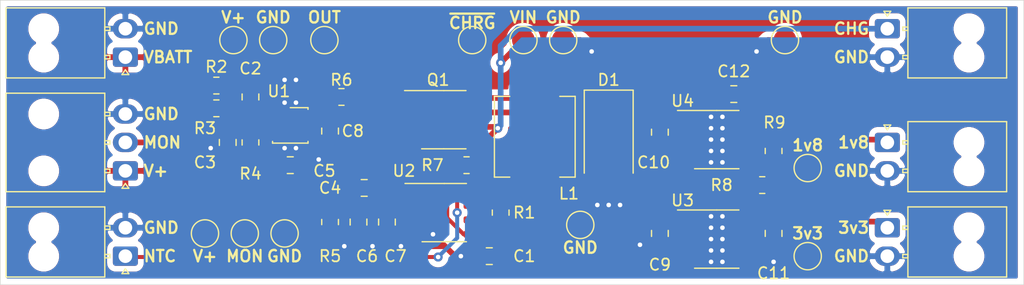
<source format=kicad_pcb>
(kicad_pcb (version 20171130) (host pcbnew "(5.1.10)-1")
  (layers (0 F.Cu signal) (31 B.Cu signal) (34 B.Paste user) (35 F.Paste user) (36 B.SilkS user) (37 F.SilkS user) (38 B.Mask user) (39 F.Mask user) (44 Edge.Cuts user))
  (net 0 "")
  (net 1 VBATT)
  (net 2 GND)
  (net 3 "Net-(C2-Pad1)")
  (net 4 "Net-(C2-Pad2)")
  (net 5 "Net-(C4-Pad1)")
  (net 6 "Net-(C4-Pad2)")
  (net 7 "Net-(C5-Pad1)")
  (net 8 "Net-(C6-Pad1)")
  (net 9 3v3)
  (net 10 1v8)
  (net 11 "Net-(D1-Pad1)")
  (net 12 /BATT_MON)
  (net 13 "Net-(J2-Pad1)")
  (net 14 "Net-(L1-Pad2)")
  (net 15 "Net-(Q1-Pad4)")
  (net 16 "Net-(Q1-Pad2)")
  (net 17 "Net-(R4-Pad2)")
  (net 18 "Net-(R8-Pad1)")
  (net 19 "Net-(C8-Pad1)")
  (net 20 "Net-(J6-Pad1)")
  (net 21 "Net-(TP3-Pad1)")
  (module Battery:TestPoint_Pad_D2.0mm (layer F.Cu) (at 223.5 60.25)
    (fp_text reference TP13)
    (fp_text value TestPoint)
    (pad 1 smd circle (at 0 0) (size 2 2) (layers F.Cu F.Mask) (net 2 GND))
  )
  (module Battery:TestPoint_Pad_D2.0mm (layer F.Cu) (at 241.5 44)
    (fp_text reference TP12)
    (fp_text value TestPoint)
    (pad 1 smd circle (at 0 0) (size 2 2) (layers F.Cu F.Mask) (net 2 GND))
  )
  (module Battery:TestPoint_Pad_D2.0mm (layer F.Cu) (at 222 44)
    (fp_text reference TP5)
    (fp_text value TestPoint)
    (pad 1 smd circle (at 0 0) (size 2 2) (layers F.Cu F.Mask) (net 2 GND))
  )
  (module Battery:C_0805_2012Metric_Pad1.18x1.45mm_HandSolder (layer F.Cu) (at 194.5 49 270)
    (fp_text reference C2 (at -2.5 0 180) (layer F.SilkS))
    (fp_text value 100n)
    (pad 2 smd roundrect (at 1.0375 0 270) (size 1.175 1.45) (layers F.Cu F.Paste F.Mask) (roundrect_rratio 0.2127659574468085) (net 4 "Net-(C2-Pad2)"))
    (pad 1 smd roundrect (at -1.0375 0 270) (size 1.175 1.45) (layers F.Cu F.Paste F.Mask) (roundrect_rratio 0.2127659574468085) (net 3 "Net-(C2-Pad1)"))
  )
  (module Battery:SOIC-8_3.9x4.9mm_P1.27mm (layer F.Cu) (at 235.5 52.75)
    (fp_text reference U4 (at -3 -3.4) (layer F.SilkS))
    (fp_text value MAX604)
    (pad 8 smd roundrect (at 2.475 -1.905) (size 1.95 0.6) (layers F.Cu F.Paste F.Mask) (net 10 1v8))
    (pad 7 smd roundrect (at 2.475 -0.635) (size 1.95 0.6) (layers F.Cu F.Paste F.Mask) (net 2 GND))
    (pad 6 smd roundrect (at 2.475 0.635) (size 1.95 0.6) (layers F.Cu F.Paste F.Mask) (net 2 GND))
    (pad 5 smd roundrect (at 2.475 1.905) (size 1.95 0.6) (layers F.Cu F.Paste F.Mask) (net 18 "Net-(R8-Pad1)"))
    (pad 4 smd roundrect (at -2.475 1.905) (size 1.95 0.6) (layers F.Cu F.Paste F.Mask) (net 1 VBATT))
    (pad 3 smd roundrect (at -2.475 0.635) (size 1.95 0.6) (layers F.Cu F.Paste F.Mask) (net 2 GND))
    (pad 2 smd roundrect (at -2.475 -0.635) (size 1.95 0.6) (layers F.Cu F.Paste F.Mask) (net 2 GND))
    (pad 1 smd roundrect (at -2.475 -1.905) (size 1.95 0.6) (layers F.Cu F.Paste F.Mask) (net 1 VBATT))
  )
  (module Battery:SOIC-8_3.9x4.9mm_P1.27mm (layer F.Cu) (at 235.5 61.5)
    (fp_text reference U3 (at -3 -3.4) (layer F.SilkS))
    (fp_text value MAX604)
    (pad 8 smd roundrect (at 2.475 -1.905) (size 1.95 0.6) (layers F.Cu F.Paste F.Mask) (net 9 3v3))
    (pad 7 smd roundrect (at 2.475 -0.635) (size 1.95 0.6) (layers F.Cu F.Paste F.Mask) (net 2 GND))
    (pad 6 smd roundrect (at 2.475 0.635) (size 1.95 0.6) (layers F.Cu F.Paste F.Mask) (net 2 GND))
    (pad 5 smd roundrect (at 2.475 1.905) (size 1.95 0.6) (layers F.Cu F.Paste F.Mask) (net 2 GND))
    (pad 4 smd roundrect (at -2.475 1.905) (size 1.95 0.6) (layers F.Cu F.Paste F.Mask) (net 1 VBATT))
    (pad 3 smd roundrect (at -2.475 0.635) (size 1.95 0.6) (layers F.Cu F.Paste F.Mask) (net 2 GND))
    (pad 2 smd roundrect (at -2.475 -0.635) (size 1.95 0.6) (layers F.Cu F.Paste F.Mask) (net 2 GND))
    (pad 1 smd roundrect (at -2.475 -1.905) (size 1.95 0.6) (layers F.Cu F.Paste F.Mask) (net 1 VBATT))
  )
  (module Battery:SO-8_3.9x4.9mm_P1.27mm (layer F.Cu) (at 211.54 59.17)
    (fp_text reference U2 (at -3.54 -3.67) (layer F.SilkS))
    (fp_text value LTC4002ES8)
    (pad 8 smd roundrect (at 2.575 -1.905) (size 1.75 0.6) (layers F.Cu F.Paste F.Mask) (net 20 "Net-(J6-Pad1)"))
    (pad 7 smd roundrect (at 2.575 -0.635) (size 1.75 0.6) (layers F.Cu F.Paste F.Mask) (net 14 "Net-(L1-Pad2)"))
    (pad 6 smd roundrect (at 2.575 0.635) (size 1.75 0.6) (layers F.Cu F.Paste F.Mask) (net 1 VBATT))
    (pad 5 smd roundrect (at 2.575 1.905) (size 1.75 0.6) (layers F.Cu F.Paste F.Mask) (net 15 "Net-(Q1-Pad4)"))
    (pad 4 smd roundrect (at -2.575 1.905) (size 1.75 0.6) (layers F.Cu F.Paste F.Mask) (net 2 GND))
    (pad 3 smd roundrect (at -2.575 0.635) (size 1.75 0.6) (layers F.Cu F.Paste F.Mask) (net 16 "Net-(Q1-Pad2)"))
    (pad 2 smd roundrect (at -2.575 -0.635) (size 1.75 0.6) (layers F.Cu F.Paste F.Mask) (net 8 "Net-(C6-Pad1)"))
    (pad 1 smd roundrect (at -2.575 -1.905) (size 1.75 0.6) (layers F.Cu F.Paste F.Mask) (net 5 "Net-(C4-Pad1)"))
  )
  (module Battery:BQ2920X (layer F.Cu) (at 198 51.5)
    (fp_text reference U1 (at -1 -3) (layer F.SilkS))
    (fp_text value BQ29200)
    (pad 1 smd rect (at -1.4 -0.975) (size 0.65 0.35) (layers F.Cu F.Paste F.Mask) (net 3 "Net-(C2-Pad1)"))
    (pad 2 smd rect (at -1.4 -0.325) (size 0.65 0.35) (layers F.Cu F.Paste F.Mask) (net 4 "Net-(C2-Pad2)"))
    (pad 3 smd rect (at -1.4 0.325) (size 0.65 0.35) (layers F.Cu F.Paste F.Mask) (net 17 "Net-(R4-Pad2)"))
    (pad 4 smd rect (at -1.4 0.975) (size 0.65 0.35) (layers F.Cu F.Paste F.Mask) (net 7 "Net-(C5-Pad1)"))
    (pad 5 smd rect (at 1.4 0.975) (size 0.65 0.35) (layers F.Cu F.Paste F.Mask) (net 2 GND))
    (pad 6 smd rect (at 1.4 0.325) (size 0.65 0.35) (layers F.Cu F.Paste F.Mask) (net 2 GND))
    (pad 7 smd rect (at 1.4 -0.325) (size 0.65 0.35) (layers F.Cu F.Paste F.Mask) (net 19 "Net-(C8-Pad1)"))
    (pad 8 smd rect (at 1.4 -0.975) (size 0.65 0.35) (layers F.Cu F.Paste F.Mask) (net 21 "Net-(TP3-Pad1)"))
    (pad 9 smd rect (at 0 0) (size 1.55 2.4) (layers F.Cu F.Mask))
  )
  (module Battery:TestPoint_Pad_D2.0mm (layer F.Cu) (at 197.5 61)
    (fp_text reference TP11)
    (fp_text value TestPoint)
    (pad 1 smd circle (at 0 0) (size 2 2) (layers F.Cu F.Mask) (net 2 GND))
  )
  (module Battery:TestPoint_Pad_D2.0mm (layer F.Cu) (at 194 61)
    (fp_text reference TP10)
    (fp_text value TestPoint)
    (pad 1 smd circle (at 0 0) (size 2 2) (layers F.Cu F.Mask) (net 12 /BATT_MON))
  )
  (module Battery:TestPoint_Pad_D2.0mm (layer F.Cu) (at 190.5 61)
    (fp_text reference TP9)
    (fp_text value TestPoint)
    (pad 1 smd circle (at 0 0) (size 2 2) (layers F.Cu F.Mask) (net 1 VBATT))
  )
  (module Battery:TestPoint_Pad_D2.0mm (layer F.Cu) (at 243.5 55.25)
    (fp_text reference TP8)
    (fp_text value TestPoint)
    (pad 1 smd circle (at 0 0) (size 2 2) (layers F.Cu F.Mask) (net 10 1v8))
  )
  (module Battery:TestPoint_Pad_D2.0mm (layer F.Cu) (at 243.5 63)
    (fp_text reference TP7)
    (fp_text value TestPoint)
    (pad 1 smd circle (at 0 0) (size 2 2) (layers F.Cu F.Mask) (net 9 3v3))
  )
  (module Battery:TestPoint_Pad_D2.0mm (layer F.Cu) (at 214 44)
    (fp_text reference TP6)
    (fp_text value TestPoint)
    (pad 1 smd circle (at 0 0) (size 2 2) (layers F.Cu F.Mask) (net 15 "Net-(Q1-Pad4)"))
  )
  (module Battery:TestPoint_Pad_D2.0mm (layer F.Cu) (at 218.5 44)
    (fp_text reference TP4)
    (fp_text value TestPoint)
    (pad 1 smd circle (at 0 0) (size 2 2) (layers F.Cu F.Mask) (net 13 "Net-(J2-Pad1)"))
  )
  (module Battery:TestPoint_Pad_D2.0mm (layer F.Cu) (at 201 44)
    (fp_text reference TP3)
    (fp_text value TestPoint)
    (pad 1 smd circle (at 0 0) (size 2 2) (layers F.Cu F.Mask) (net 21 "Net-(TP3-Pad1)"))
  )
  (module Battery:TestPoint_Pad_D2.0mm (layer F.Cu) (at 196.5 44)
    (fp_text reference TP2)
    (fp_text value TestPoint)
    (pad 1 smd circle (at 0 0) (size 2 2) (layers F.Cu F.Mask) (net 2 GND))
  )
  (module Battery:TestPoint_Pad_D2.0mm (layer F.Cu) (at 193 44)
    (fp_text reference TP1)
    (fp_text value TestPoint)
    (pad 1 smd circle (at 0 0) (size 2 2) (layers F.Cu F.Mask) (net 1 VBATT))
  )
  (module Battery:R_0805_2012Metric_Pad1.20x1.40mm_HandSolder (layer F.Cu) (at 240.5 53.75 90)
    (fp_text reference R9 (at 2.5 -1 180) (layer F.SilkS) (effects (justify left)))
    (fp_text value 100k)
    (pad 2 smd roundrect (at 1 0 90) (size 1.2 1.4) (layers F.Cu F.Paste F.Mask) (roundrect_rratio 0.2083325) (net 10 1v8))
    (pad 1 smd roundrect (at -1 0 90) (size 1.2 1.4) (layers F.Cu F.Paste F.Mask) (roundrect_rratio 0.2083325) (net 18 "Net-(R8-Pad1)"))
  )
  (module Battery:R_0805_2012Metric_Pad1.20x1.40mm_HandSolder (layer F.Cu) (at 239.5 56.75 180)
    (fp_text reference R8 (at 2.5 0 180) (layer F.SilkS) (effects (justify right)))
    (fp_text value 200k)
    (pad 2 smd roundrect (at 1 0 180) (size 1.2 1.4) (layers F.Cu F.Paste F.Mask) (roundrect_rratio 0.2083325) (net 2 GND))
    (pad 1 smd roundrect (at -1 0 180) (size 1.2 1.4) (layers F.Cu F.Paste F.Mask) (roundrect_rratio 0.2083325) (net 18 "Net-(R8-Pad1)"))
  )
  (module Battery:R_0805_2012Metric_Pad1.20x1.40mm_HandSolder (layer F.Cu) (at 213.5 55)
    (fp_text reference R7 (at -3 0) (layer F.SilkS))
    (fp_text value 100k)
    (pad 1 smd roundrect (at -1 0) (size 1.2 1.4) (layers F.Cu F.Paste F.Mask) (roundrect_rratio 0.2083325) (net 15 "Net-(Q1-Pad4)"))
    (pad 2 smd roundrect (at 1 0) (size 1.2 1.4) (layers F.Cu F.Paste F.Mask) (roundrect_rratio 0.2083325) (net 13 "Net-(J2-Pad1)"))
  )
  (module Battery:R_0805_2012Metric_Pad1.20x1.40mm_HandSolder (layer F.Cu) (at 202.5 49 180)
    (fp_text reference R6 (at 0 1.5) (layer F.SilkS))
    (fp_text value 100)
    (pad 1 smd roundrect (at -1 0 180) (size 1.2 1.4) (layers F.Cu F.Paste F.Mask) (roundrect_rratio 0.2083325) (net 1 VBATT))
    (pad 2 smd roundrect (at 1 0 180) (size 1.2 1.4) (layers F.Cu F.Paste F.Mask) (roundrect_rratio 0.2083325) (net 19 "Net-(C8-Pad1)"))
  )
  (module Battery:R_0805_2012Metric_Pad1.20x1.40mm_HandSolder (layer F.Cu) (at 201.5 60 270)
    (fp_text reference R5 (at 3 0 180) (layer F.SilkS))
    (fp_text value 2k2)
    (pad 1 smd roundrect (at -1 0 270) (size 1.2 1.4) (layers F.Cu F.Paste F.Mask) (roundrect_rratio 0.2083325) (net 6 "Net-(C4-Pad2)"))
    (pad 2 smd roundrect (at 1 0 270) (size 1.2 1.4) (layers F.Cu F.Paste F.Mask) (roundrect_rratio 0.2083325) (net 2 GND))
  )
  (module Battery:R_0805_2012Metric_Pad1.20x1.40mm_HandSolder (layer F.Cu) (at 194.5 53 90)
    (fp_text reference R4 (at -2.75 0 180) (layer F.SilkS))
    (fp_text value 100)
    (pad 1 smd roundrect (at -1 0 90) (size 1.2 1.4) (layers F.Cu F.Paste F.Mask) (roundrect_rratio 0.2083325) (net 12 /BATT_MON))
    (pad 2 smd roundrect (at 1 0 90) (size 1.2 1.4) (layers F.Cu F.Paste F.Mask) (roundrect_rratio 0.2083325) (net 17 "Net-(R4-Pad2)"))
  )
  (module Battery:R_0805_2012Metric_Pad1.20x1.40mm_HandSolder (layer F.Cu) (at 191.5 50)
    (fp_text reference R3 (at -1 1.75) (layer F.SilkS))
    (fp_text value 261)
    (pad 1 smd roundrect (at -1 0) (size 1.2 1.4) (layers F.Cu F.Paste F.Mask) (roundrect_rratio 0.2083325) (net 12 /BATT_MON))
    (pad 2 smd roundrect (at 1 0) (size 1.2 1.4) (layers F.Cu F.Paste F.Mask) (roundrect_rratio 0.2083325) (net 4 "Net-(C2-Pad2)"))
  )
  (module Battery:R_0805_2012Metric_Pad1.20x1.40mm_HandSolder (layer F.Cu) (at 191.5 48)
    (fp_text reference R2 (at 0 -1.65) (layer F.SilkS))
    (fp_text value 160)
    (pad 1 smd roundrect (at -1 0) (size 1.2 1.4) (layers F.Cu F.Paste F.Mask) (roundrect_rratio 0.2083325) (net 1 VBATT))
    (pad 2 smd roundrect (at 1 0) (size 1.2 1.4) (layers F.Cu F.Paste F.Mask) (roundrect_rratio 0.2083325) (net 3 "Net-(C2-Pad1)"))
  )
  (module Battery:R_0805_2012Metric_Pad1.20x1.40mm_HandSolder (layer F.Cu) (at 216.5 59.17 90)
    (fp_text reference R1 (at 0 1 180) (layer F.SilkS) (effects (justify left)))
    (fp_text value 50m)
    (pad 1 smd roundrect (at -1 0 90) (size 1.2 1.4) (layers F.Cu F.Paste F.Mask) (roundrect_rratio 0.2083325) (net 1 VBATT))
    (pad 2 smd roundrect (at 1 0 90) (size 1.2 1.4) (layers F.Cu F.Paste F.Mask) (roundrect_rratio 0.2083325) (net 14 "Net-(L1-Pad2)"))
  )
  (module Battery:SOIC-8_3.9x4.9mm_P1.27mm (layer F.Cu) (at 211.5 51)
    (fp_text reference Q1 (at -0.5 -3.5) (layer F.SilkS))
    (fp_text value Si9933CDY)
    (pad 1 smd roundrect (at -2.475 -1.905) (size 1.95 0.6) (layers F.Cu F.Paste F.Mask) (net 8 "Net-(C6-Pad1)"))
    (pad 2 smd roundrect (at -2.475 -0.635) (size 1.95 0.6) (layers F.Cu F.Paste F.Mask) (net 16 "Net-(Q1-Pad2)"))
    (pad 3 smd roundrect (at -2.475 0.635) (size 1.95 0.6) (layers F.Cu F.Paste F.Mask) (net 8 "Net-(C6-Pad1)"))
    (pad 4 smd roundrect (at -2.475 1.905) (size 1.95 0.6) (layers F.Cu F.Paste F.Mask) (net 15 "Net-(Q1-Pad4)"))
    (pad 5 smd roundrect (at 2.475 1.905) (size 1.95 0.6) (layers F.Cu F.Paste F.Mask) (net 13 "Net-(J2-Pad1)"))
    (pad 6 smd roundrect (at 2.475 0.635) (size 1.95 0.6) (layers F.Cu F.Paste F.Mask) (net 13 "Net-(J2-Pad1)"))
    (pad 7 smd roundrect (at 2.475 -0.635) (size 1.95 0.6) (layers F.Cu F.Paste F.Mask) (net 11 "Net-(D1-Pad1)"))
    (pad 8 smd roundrect (at 2.475 -1.905) (size 1.95 0.6) (layers F.Cu F.Paste F.Mask) (net 11 "Net-(D1-Pad1)"))
  )
  (module Battery:L_Wuerth_HCI-7050 (layer F.Cu) (at 219.5 52.5 270)
    (fp_text reference L1 (at 5 -3 180) (layer F.SilkS))
    (fp_text value 6u8)
    (pad 2 smd rect (at 2.8 0 270) (size 3.1 3.6) (layers F.Cu F.Paste F.Mask) (net 14 "Net-(L1-Pad2)"))
    (pad 1 smd rect (at -2.8 0 270) (size 3.1 3.6) (layers F.Cu F.Adhes F.Paste F.Mask) (net 11 "Net-(D1-Pad1)"))
  )
  (module Battery:Molex_Nano-Fit_105313-xx02_1x02_P2.50mm_Horizontal (layer F.Cu) (at 183.5 63 180)
    (fp_text reference J6)
    (fp_text value NTC)
    (pad "" np_thru_hole circle (at 7.18 2.5 180) (size 1.7 1.7) (drill 1.7) (layers *.Cu *.Mask))
    (pad "" np_thru_hole circle (at 7.18 0 180) (size 1.7 1.7) (drill 1.7) (layers *.Cu *.Mask))
    (pad 2 thru_hole oval (at 0 2.5 180) (size 2.2 1.7) (drill 1.2) (layers *.Cu *.Mask) (net 2 GND))
    (pad 1 thru_hole roundrect (at 0 0 180) (size 2.2 1.7) (drill 1.2) (layers *.Cu *.Mask) (roundrect_rratio 0.1470588235294118) (net 20 "Net-(J6-Pad1)"))
  )
  (module Battery:Molex_Nano-Fit_105313-xx02_1x02_P2.50mm_Horizontal (layer F.Cu) (at 250.5 53)
    (fp_text reference J5)
    (fp_text value 1v8)
    (pad 1 thru_hole roundrect (at 0 0) (size 2.2 1.7) (drill 1.2) (layers *.Cu *.Mask) (roundrect_rratio 0.1470588235294118) (net 10 1v8))
    (pad 2 thru_hole oval (at 0 2.5) (size 2.2 1.7) (drill 1.2) (layers *.Cu *.Mask) (net 2 GND))
    (pad "" np_thru_hole circle (at 7.18 0) (size 1.7 1.7) (drill 1.7) (layers *.Cu *.Mask))
    (pad "" np_thru_hole circle (at 7.18 2.5) (size 1.7 1.7) (drill 1.7) (layers *.Cu *.Mask))
  )
  (module Battery:Molex_Nano-Fit_105313-xx02_1x02_P2.50mm_Horizontal (layer F.Cu) (at 250.5 60.5)
    (fp_text reference J4)
    (fp_text value 3v3)
    (pad 1 thru_hole roundrect (at 0 0) (size 2.2 1.7) (drill 1.2) (layers *.Cu *.Mask) (roundrect_rratio 0.1470588235294118) (net 9 3v3))
    (pad 2 thru_hole oval (at 0 2.5) (size 2.2 1.7) (drill 1.2) (layers *.Cu *.Mask) (net 2 GND))
    (pad "" np_thru_hole circle (at 7.18 0) (size 1.7 1.7) (drill 1.7) (layers *.Cu *.Mask))
    (pad "" np_thru_hole circle (at 7.18 2.5) (size 1.7 1.7) (drill 1.7) (layers *.Cu *.Mask))
  )
  (module Battery:Molex_Nano-Fit_105313-xx02_1x02_P2.50mm_Horizontal (layer F.Cu) (at 183.5 45.5 180)
    (fp_text reference J3)
    (fp_text value PWR)
    (pad "" np_thru_hole circle (at 7.18 2.5 180) (size 1.7 1.7) (drill 1.7) (layers *.Cu *.Mask))
    (pad "" np_thru_hole circle (at 7.18 0 180) (size 1.7 1.7) (drill 1.7) (layers *.Cu *.Mask))
    (pad 2 thru_hole oval (at 0 2.5 180) (size 2.2 1.7) (drill 1.2) (layers *.Cu *.Mask) (net 2 GND))
    (pad 1 thru_hole roundrect (at 0 0 180) (size 2.2 1.7) (drill 1.2) (layers *.Cu *.Mask) (roundrect_rratio 0.1470588235294118) (net 1 VBATT))
  )
  (module Battery:Molex_Nano-Fit_105313-xx02_1x02_P2.50mm_Horizontal (layer F.Cu) (at 250.5 43)
    (fp_text reference J2)
    (fp_text value CHG)
    (pad 1 thru_hole roundrect (at 0 0) (size 2.2 1.7) (drill 1.2) (layers *.Cu *.Mask) (roundrect_rratio 0.1470588235294118) (net 13 "Net-(J2-Pad1)"))
    (pad 2 thru_hole oval (at 0 2.5) (size 2.2 1.7) (drill 1.2) (layers *.Cu *.Mask) (net 2 GND))
    (pad "" np_thru_hole circle (at 7.18 0) (size 1.7 1.7) (drill 1.7) (layers *.Cu *.Mask))
    (pad "" np_thru_hole circle (at 7.18 2.5) (size 1.7 1.7) (drill 1.7) (layers *.Cu *.Mask))
  )
  (module Battery:Molex_Nano-Fit_105313-xx03_1x03_P2.50mm_Horizontal (layer F.Cu) (at 183.5 55.5 180)
    (fp_text reference J1)
    (fp_text value BATTERY)
    (pad "" np_thru_hole circle (at 7.18 5 180) (size 1.7 1.7) (drill 1.7) (layers *.Cu *.Mask))
    (pad "" np_thru_hole circle (at 7.18 0 180) (size 1.7 1.7) (drill 1.7) (layers *.Cu *.Mask))
    (pad 3 thru_hole oval (at 0 5 180) (size 2.2 1.7) (drill 1.2) (layers *.Cu *.Mask) (net 2 GND))
    (pad 2 thru_hole oval (at 0 2.5 180) (size 2.2 1.7) (drill 1.2) (layers *.Cu *.Mask) (net 12 /BATT_MON))
    (pad 1 thru_hole roundrect (at 0 0 180) (size 2.2 1.7) (drill 1.2) (layers *.Cu *.Mask) (roundrect_rratio 0.1470588235294118) (net 1 VBATT))
  )
  (module Battery:D_SMB_Handsoldering (layer F.Cu) (at 226 53 270)
    (fp_text reference D1 (at -5.5 0 180) (layer F.SilkS))
    (fp_text value B330)
    (pad 2 smd rect (at 2.7 0 270) (size 3.5 2.3) (layers F.Cu F.Paste F.Mask) (net 2 GND))
    (pad 1 smd rect (at -2.7 0 270) (size 3.5 2.3) (layers F.Cu F.Paste F.Mask) (net 11 "Net-(D1-Pad1)"))
  )
  (module Battery:C_0805_2012Metric_Pad1.18x1.45mm_HandSolder (layer F.Cu) (at 237 48.75 180)
    (fp_text reference C12 (at 0 2) (layer F.SilkS))
    (fp_text value 10u)
    (pad 1 smd roundrect (at -1.0375 0 180) (size 1.175 1.45) (layers F.Cu F.Paste F.Mask) (roundrect_rratio 0.2127659574468085) (net 10 1v8))
    (pad 2 smd roundrect (at 1.0375 0 180) (size 1.175 1.45) (layers F.Cu F.Paste F.Mask) (roundrect_rratio 0.2127659574468085) (net 2 GND))
  )
  (module Battery:C_0805_2012Metric_Pad1.18x1.45mm_HandSolder (layer F.Cu) (at 240.5 61 270)
    (fp_text reference C11 (at 3.5 0 180) (layer F.SilkS))
    (fp_text value 10u)
    (pad 1 smd roundrect (at -1.0375 0 270) (size 1.175 1.45) (layers F.Cu F.Paste F.Mask) (roundrect_rratio 0.2127659574468085) (net 9 3v3))
    (pad 2 smd roundrect (at 1.0375 0 270) (size 1.175 1.45) (layers F.Cu F.Paste F.Mask) (roundrect_rratio 0.2127659574468085) (net 2 GND))
  )
  (module Battery:C_0805_2012Metric_Pad1.18x1.45mm_HandSolder (layer F.Cu) (at 230.5 52.1 270)
    (fp_text reference C10 (at 2.65 -1 180) (layer F.SilkS) (effects (justify right)))
    (fp_text value 10u)
    (pad 1 smd roundrect (at -1.0375 0 270) (size 1.175 1.45) (layers F.Cu F.Paste F.Mask) (roundrect_rratio 0.2127659574468085) (net 1 VBATT))
    (pad 2 smd roundrect (at 1.0375 0 270) (size 1.175 1.45) (layers F.Cu F.Paste F.Mask) (roundrect_rratio 0.2127659574468085) (net 2 GND))
  )
  (module Battery:C_0805_2012Metric_Pad1.18x1.45mm_HandSolder (layer F.Cu) (at 230.5 61 270)
    (fp_text reference C9 (at 2.75 0 180) (layer F.SilkS))
    (fp_text value 10u)
    (pad 1 smd roundrect (at -1.0375 0 270) (size 1.175 1.45) (layers F.Cu F.Paste F.Mask) (roundrect_rratio 0.2127659574468085) (net 1 VBATT))
    (pad 2 smd roundrect (at 1.0375 0 270) (size 1.175 1.45) (layers F.Cu F.Paste F.Mask) (roundrect_rratio 0.2127659574468085) (net 2 GND))
  )
  (module Battery:C_0805_2012Metric_Pad1.18x1.45mm_HandSolder (layer F.Cu) (at 201.5 52 270)
    (fp_text reference C8 (at 0 -2 180) (layer F.SilkS))
    (fp_text value 100n)
    (pad 2 smd roundrect (at 1.0375 0 270) (size 1.175 1.45) (layers F.Cu F.Paste F.Mask) (roundrect_rratio 0.2127659574468085) (net 2 GND))
    (pad 1 smd roundrect (at -1.0375 0 270) (size 1.175 1.45) (layers F.Cu F.Paste F.Mask) (roundrect_rratio 0.2127659574468085) (net 19 "Net-(C8-Pad1)"))
  )
  (module Battery:C_0805_2012Metric_Pad1.18x1.45mm_HandSolder (layer F.Cu) (at 206.5 60 270)
    (fp_text reference C7 (at 3 -0.75 180) (layer F.SilkS))
    (fp_text value 10u)
    (pad 2 smd roundrect (at 1.0375 0 270) (size 1.175 1.45) (layers F.Cu F.Paste F.Mask) (roundrect_rratio 0.2127659574468085) (net 2 GND))
    (pad 1 smd roundrect (at -1.0375 0 270) (size 1.175 1.45) (layers F.Cu F.Paste F.Mask) (roundrect_rratio 0.2127659574468085) (net 8 "Net-(C6-Pad1)"))
  )
  (module Battery:C_0805_2012Metric_Pad1.18x1.45mm_HandSolder (layer F.Cu) (at 204 60 270)
    (fp_text reference C6 (at 3 -0.75 180) (layer F.SilkS))
    (fp_text value 100n)
    (pad 2 smd roundrect (at 1.0375 0 270) (size 1.175 1.45) (layers F.Cu F.Paste F.Mask) (roundrect_rratio 0.2127659574468085) (net 2 GND))
    (pad 1 smd roundrect (at -1.0375 0 270) (size 1.175 1.45) (layers F.Cu F.Paste F.Mask) (roundrect_rratio 0.2127659574468085) (net 8 "Net-(C6-Pad1)"))
  )
  (module Battery:C_0805_2012Metric_Pad1.18x1.45mm_HandSolder (layer F.Cu) (at 198 55)
    (fp_text reference C5 (at 3 0.5) (layer F.SilkS))
    (fp_text value 330n)
    (pad 2 smd roundrect (at 1.0375 0) (size 1.175 1.45) (layers F.Cu F.Paste F.Mask) (roundrect_rratio 0.2127659574468085) (net 2 GND))
    (pad 1 smd roundrect (at -1.0375 0) (size 1.175 1.45) (layers F.Cu F.Paste F.Mask) (roundrect_rratio 0.2127659574468085) (net 7 "Net-(C5-Pad1)"))
  )
  (module Battery:C_0805_2012Metric_Pad1.18x1.45mm_HandSolder (layer F.Cu) (at 204.5 57 180)
    (fp_text reference C4 (at 3 0) (layer F.SilkS))
    (fp_text value 470n)
    (pad 2 smd roundrect (at 1.0375 0 180) (size 1.175 1.45) (layers F.Cu F.Paste F.Mask) (roundrect_rratio 0.2127659574468085) (net 6 "Net-(C4-Pad2)"))
    (pad 1 smd roundrect (at -1.0375 0 180) (size 1.175 1.45) (layers F.Cu F.Paste F.Mask) (roundrect_rratio 0.2127659574468085) (net 5 "Net-(C4-Pad1)"))
  )
  (module Battery:C_0805_2012Metric_Pad1.18x1.45mm_HandSolder (layer F.Cu) (at 192.5 53 270)
    (fp_text reference C3 (at 1.75 2 180) (layer F.SilkS))
    (fp_text value 100n)
    (pad 2 smd roundrect (at 1.0375 0 270) (size 1.175 1.45) (layers F.Cu F.Paste F.Mask) (roundrect_rratio 0.2127659574468085) (net 2 GND))
    (pad 1 smd roundrect (at -1.0375 0 270) (size 1.175 1.45) (layers F.Cu F.Paste F.Mask) (roundrect_rratio 0.2127659574468085) (net 4 "Net-(C2-Pad2)"))
  )
  (module Battery:C_0805_2012Metric_Pad1.18x1.45mm_HandSolder (layer F.Cu) (at 215.5 63 180)
    (fp_text reference C1 (at -2 0 180) (layer F.SilkS) (effects (justify left)))
    (fp_text value 22u)
    (pad 2 smd roundrect (at 1.0375 0 180) (size 1.175 1.45) (layers F.Cu F.Paste F.Mask) (roundrect_rratio 0.2127659574468085) (net 2 GND))
    (pad 1 smd roundrect (at -1.0375 0 180) (size 1.175 1.45) (layers F.Cu F.Paste F.Mask) (roundrect_rratio 0.2127659574468085) (net 1 VBATT))
  )
  (gr_text GND (at 249 45.5) (layer F.SilkS) (effects (font (size 1 1) (thickness 0.2)) (justify right)))
  (gr_text CHG (at 249 43) (layer F.SilkS) (effects (font (size 1 1) (thickness 0.2)) (justify right)))
  (gr_text 1v8 (at 249 53) (layer F.SilkS) (effects (font (size 1 1) (thickness 0.2)) (justify right)))
  (gr_text 3v3 (at 249 60.5) (layer F.SilkS) (effects (font (size 1 1) (thickness 0.2)) (justify right)))
  (gr_text GND (at 249 63) (layer F.SilkS) (effects (font (size 1 1) (thickness 0.2)) (justify right)))
  (gr_text GND (at 249 55.5) (layer F.SilkS) (effects (font (size 1 1) (thickness 0.2)) (justify right)))
  (gr_text VBATT (at 185 45.5) (layer F.SilkS) (effects (font (size 1 1) (thickness 0.2)) (justify left)))
  (gr_text GND (at 185 43) (layer F.SilkS) (effects (font (size 1 1) (thickness 0.2)) (justify left)))
  (gr_text NTC (at 185 63) (layer F.SilkS) (effects (font (size 1 1) (thickness 0.2)) (justify left)))
  (gr_text GND (at 185 60.5) (layer F.SilkS) (effects (font (size 1 1) (thickness 0.2)) (justify left)))
  (gr_text GND (at 185 50.5) (layer F.SilkS) (effects (font (size 1 1) (thickness 0.2)) (justify left)))
  (gr_text MON (at 185 53) (layer F.SilkS) (effects (font (size 1 1) (thickness 0.2)) (justify left)))
  (gr_text V+ (at 185 55.5) (layer F.SilkS) (effects (font (size 1 1) (thickness 0.2)) (justify left)))
  (gr_text 3v3 (at 243.5 61) (layer F.SilkS) (effects (font (size 1 1) (thickness 0.2))))
  (gr_text 1v8 (at 243.5 53.25) (layer F.SilkS) (effects (font (size 1 1) (thickness 0.2))))
  (gr_text GND (at 241.5 42) (layer F.SilkS) (effects (font (size 1 1) (thickness 0.2))))
  (gr_text GND (at 223.5 62.25) (layer F.SilkS) (effects (font (size 1 1) (thickness 0.2))))
  (gr_text GND (at 222 42) (layer F.SilkS) (effects (font (size 1 1) (thickness 0.2))))
  (gr_text VIN (at 218.5 42) (layer F.SilkS) (effects (font (size 1 1) (thickness 0.2))))
  (gr_text GND (at 196.5 42) (layer F.SilkS) (effects (font (size 1 1) (thickness 0.2))))
  (gr_text V+ (at 193 42) (layer F.SilkS) (effects (font (size 1 1) (thickness 0.2))))
  (gr_text GND (at 197.5 63) (layer F.SilkS) (effects (font (size 1 1) (thickness 0.2))))
  (gr_text MON (at 194 63) (layer F.SilkS) (effects (font (size 1 1) (thickness 0.2))))
  (gr_text V+ (at 190.5 63) (layer F.SilkS) (effects (font (size 1 1) (thickness 0.2))))
  (gr_line (start 172.5 65.5) (end 172.5 40.5) (layer Edge.Cuts) (width 0.05))
  (gr_line (start 262.5 65.5) (end 172.5 65.5) (layer Edge.Cuts) (width 0.05))
  (gr_line (start 262.5 40.5) (end 262.5 65.5) (layer Edge.Cuts) (width 0.05))
  (gr_line (start 172.5 40.5) (end 262.5 40.5) (layer Edge.Cuts) (width 0.05))
  (gr_text ~CHRG (at 214 42.5) (layer F.SilkS) (effects (font (size 1 1) (thickness 0.2))))
  (gr_text OUT (at 201 42) (layer F.SilkS) (effects (font (size 1 1) (thickness 0.2))))
  (segment (start 216.135 59.805) (end 216.5 60.17) (width 0.5) (layer F.Cu) (net 1))
  (segment (start 214.115 59.805) (end 216.135 59.805) (width 0.5) (layer F.Cu) (net 1))
  (segment (start 216.5 62.9625) (end 216.5375 63) (width 0.5) (layer F.Cu) (net 1))
  (segment (start 216.5 60.17) (end 216.5 62.9625) (width 0.5) (layer F.Cu) (net 1))
  (segment (start 230.8675 59.595) (end 230.5 59.9625) (width 0.5) (layer F.Cu) (net 1))
  (segment (start 233.025 59.595) (end 230.8675 59.595) (width 0.5) (layer F.Cu) (net 1))
  (segment (start 230.7175 50.845) (end 230.5 51.0625) (width 0.5) (layer F.Cu) (net 1))
  (segment (start 233.025 50.845) (end 230.7175 50.845) (width 0.5) (layer F.Cu) (net 1))
  (via (at 197.5 53.5) (size 0.8) (drill 0.4) (layers F.Cu B.Cu) (net 2))
  (via (at 198.5 53.5) (size 0.8) (drill 0.4) (layers F.Cu B.Cu) (net 2))
  (via (at 198.5 49.5) (size 0.8) (drill 0.4) (layers F.Cu B.Cu) (net 2))
  (via (at 197.5 49.5) (size 0.8) (drill 0.4) (layers F.Cu B.Cu) (net 2))
  (segment (start 197.5 51) (end 198 51.5) (width 0.5) (layer F.Cu) (net 2))
  (segment (start 197.5 49.5) (end 197.5 51) (width 0.5) (layer F.Cu) (net 2))
  (segment (start 198.5 51) (end 198 51.5) (width 0.5) (layer F.Cu) (net 2))
  (segment (start 198.5 49.5) (end 198.5 51) (width 0.5) (layer F.Cu) (net 2))
  (segment (start 197.5 52) (end 198 51.5) (width 0.5) (layer F.Cu) (net 2))
  (segment (start 197.5 53.5) (end 197.5 52) (width 0.5) (layer F.Cu) (net 2))
  (segment (start 198.5 52) (end 198 51.5) (width 0.5) (layer F.Cu) (net 2))
  (segment (start 198.5 53.5) (end 198.5 52) (width 0.5) (layer F.Cu) (net 2))
  (segment (start 240.4025 62.135) (end 240.5 62.0375) (width 0.5) (layer F.Cu) (net 2))
  (segment (start 237.975 62.135) (end 240.4025 62.135) (width 0.5) (layer F.Cu) (net 2))
  (segment (start 230.7475 53.385) (end 230.5 53.1375) (width 0.5) (layer F.Cu) (net 2))
  (segment (start 233.025 53.385) (end 230.7475 53.385) (width 0.5) (layer F.Cu) (net 2))
  (via (at 236 54.75) (size 0.8) (drill 0.4) (layers F.Cu B.Cu) (net 2))
  (via (at 236 53.75) (size 0.8) (drill 0.4) (layers F.Cu B.Cu) (net 2))
  (via (at 236 52.75) (size 0.8) (drill 0.4) (layers F.Cu B.Cu) (net 2))
  (via (at 236 51.75) (size 0.8) (drill 0.4) (layers F.Cu B.Cu) (net 2))
  (via (at 236 50.75) (size 0.8) (drill 0.4) (layers F.Cu B.Cu) (net 2))
  (via (at 236 63.5) (size 0.8) (drill 0.4) (layers F.Cu B.Cu) (net 2))
  (via (at 236 62.5) (size 0.8) (drill 0.4) (layers F.Cu B.Cu) (net 2))
  (via (at 236 61.5) (size 0.8) (drill 0.4) (layers F.Cu B.Cu) (net 2))
  (via (at 236 60.5) (size 0.8) (drill 0.4) (layers F.Cu B.Cu) (net 2))
  (via (at 236 59.5) (size 0.8) (drill 0.4) (layers F.Cu B.Cu) (net 2))
  (via (at 235 63.5) (size 0.8) (drill 0.4) (layers F.Cu B.Cu) (net 2))
  (via (at 235 62.5) (size 0.8) (drill 0.4) (layers F.Cu B.Cu) (net 2))
  (via (at 235 61.5) (size 0.8) (drill 0.4) (layers F.Cu B.Cu) (net 2))
  (via (at 235 60.5) (size 0.8) (drill 0.4) (layers F.Cu B.Cu) (net 2))
  (via (at 235 59.5) (size 0.8) (drill 0.4) (layers F.Cu B.Cu) (net 2))
  (via (at 235 50.75) (size 0.8) (drill 0.4) (layers F.Cu B.Cu) (net 2))
  (via (at 235 51.75) (size 0.8) (drill 0.4) (layers F.Cu B.Cu) (net 2))
  (via (at 235 52.75) (size 0.8) (drill 0.4) (layers F.Cu B.Cu) (net 2))
  (via (at 235 54.75) (size 0.8) (drill 0.4) (layers F.Cu B.Cu) (net 2))
  (segment (start 238 56.75) (end 238.5 56.75) (width 0.5) (layer F.Cu) (net 2))
  (segment (start 236 54.75) (end 238 56.75) (width 0.5) (layer F.Cu) (net 2))
  (segment (start 204 61.0375) (end 206.5 61.0375) (width 0.5) (layer F.Cu) (net 2))
  (segment (start 201.5375 61.0375) (end 201.5 61) (width 0.5) (layer F.Cu) (net 2))
  (segment (start 204 61.0375) (end 201.5375 61.0375) (width 0.5) (layer F.Cu) (net 2))
  (segment (start 208.9275 61.0375) (end 208.965 61.075) (width 0.5) (layer F.Cu) (net 2))
  (segment (start 206.5 61.0375) (end 208.9275 61.0375) (width 0.5) (layer F.Cu) (net 2))
  (via (at 226 58.5) (size 0.8) (drill 0.4) (layers F.Cu B.Cu) (net 2))
  (segment (start 226 55.7) (end 226 58.5) (width 0.5) (layer F.Cu) (net 2))
  (via (at 240.5 63.5) (size 0.8) (drill 0.4) (layers F.Cu B.Cu) (net 2))
  (segment (start 240.5 62.0375) (end 240.5 63.5) (width 0.5) (layer F.Cu) (net 2))
  (segment (start 240.405 63.405) (end 240.5 63.5) (width 0.5) (layer F.Cu) (net 2))
  (segment (start 237.975 63.405) (end 240.405 63.405) (width 0.5) (layer F.Cu) (net 2))
  (segment (start 231.5225 52.115) (end 230.5 53.1375) (width 0.5) (layer F.Cu) (net 2))
  (segment (start 233.025 52.115) (end 231.5225 52.115) (width 0.5) (layer F.Cu) (net 2))
  (segment (start 239.3275 60.865) (end 240.5 62.0375) (width 0.5) (layer F.Cu) (net 2))
  (segment (start 237.975 60.865) (end 239.3275 60.865) (width 0.5) (layer F.Cu) (net 2))
  (segment (start 230.5975 62.135) (end 230.5 62.0375) (width 0.5) (layer F.Cu) (net 2))
  (segment (start 233.025 62.135) (end 230.5975 62.135) (width 0.5) (layer F.Cu) (net 2))
  (segment (start 231.6725 60.865) (end 230.5 62.0375) (width 0.5) (layer F.Cu) (net 2))
  (segment (start 233.025 60.865) (end 231.6725 60.865) (width 0.5) (layer F.Cu) (net 2))
  (segment (start 235 49.7125) (end 235.9625 48.75) (width 0.5) (layer F.Cu) (net 2))
  (segment (start 235 50.75) (end 235 49.7125) (width 0.5) (layer F.Cu) (net 2))
  (segment (start 236 48.7875) (end 235.9625 48.75) (width 0.5) (layer F.Cu) (net 2))
  (segment (start 236 50.75) (end 236 48.7875) (width 0.5) (layer F.Cu) (net 2))
  (segment (start 192.5 54.0375) (end 192.0375 54.0375) (width 0.5) (layer F.Cu) (net 2))
  (via (at 191 53.5) (size 0.8) (drill 0.4) (layers F.Cu B.Cu) (net 2))
  (segment (start 192.5 54.0375) (end 191.5375 54.0375) (width 0.5) (layer F.Cu) (net 2))
  (segment (start 199.9625 53.0375) (end 199.4 52.475) (width 0.35) (layer F.Cu) (net 2))
  (segment (start 201.5 53.0375) (end 199.9625 53.0375) (width 0.35) (layer F.Cu) (net 2))
  (segment (start 198.325001 51.825001) (end 199.4 51.825001) (width 0.35) (layer F.Cu) (net 2))
  (segment (start 198 51.5) (end 198.325001 51.825001) (width 0.35) (layer F.Cu) (net 2))
  (segment (start 199.4 52.475) (end 197.525 52.475) (width 0.35) (layer F.Cu) (net 2))
  (segment (start 199.0375 54.0375) (end 198.5 53.5) (width 0.5) (layer F.Cu) (net 2))
  (segment (start 199.0375 55) (end 199.0375 54.0375) (width 0.5) (layer F.Cu) (net 2))
  (segment (start 197.5 49.5) (end 198.5 49.5) (width 0.5) (layer F.Cu) (net 2))
  (segment (start 197.5 53.5) (end 198.5 53.5) (width 0.5) (layer F.Cu) (net 2))
  (via (at 225 58.5) (size 0.8) (drill 0.4) (layers F.Cu B.Cu) (net 2))
  (segment (start 226 58.5) (end 225 58.5) (width 0.5) (layer F.Cu) (net 2))
  (via (at 227 58.5) (size 0.8) (drill 0.4) (layers F.Cu B.Cu) (net 2))
  (segment (start 226 58.5) (end 227 58.5) (width 0.5) (layer F.Cu) (net 2))
  (segment (start 225 56.7) (end 226 55.7) (width 0.5) (layer F.Cu) (net 2))
  (segment (start 225 58.5) (end 225 56.7) (width 0.5) (layer F.Cu) (net 2))
  (segment (start 227 56.7) (end 226 55.7) (width 0.5) (layer F.Cu) (net 2))
  (segment (start 227 58.5) (end 227 56.7) (width 0.5) (layer F.Cu) (net 2))
  (via (at 235 53.75) (size 0.8) (drill 0.4) (layers F.Cu B.Cu) (net 2))
  (segment (start 200 55) (end 199.0375 55) (width 0.5) (layer F.Cu) (net 2))
  (segment (start 200.5 54.5) (end 200 55) (width 0.5) (layer F.Cu) (net 2))
  (via (at 200.5 54.5) (size 0.8) (drill 0.4) (layers F.Cu B.Cu) (net 2))
  (segment (start 201.5 53.0375) (end 201.5 53.5) (width 0.5) (layer F.Cu) (net 2))
  (segment (start 201.5 53.5) (end 200.5 54.5) (width 0.5) (layer F.Cu) (net 2))
  (via (at 239 45) (size 0.8) (drill 0.4) (layers F.Cu B.Cu) (net 2))
  (via (at 224.5 45) (size 0.8) (drill 0.4) (layers F.Cu B.Cu) (net 2))
  (segment (start 196.5 44) (end 197.5 45) (width 0.5) (layer F.Cu) (net 2))
  (segment (start 197.5 45) (end 197.5 47.5) (width 0.5) (layer F.Cu) (net 2))
  (segment (start 210.575 61.075) (end 210.575 61.075) (width 0.35) (layer F.Cu) (net 2))
  (via (at 210.54999 61.075) (size 0.8) (drill 0.4) (layers F.Cu B.Cu) (net 2))
  (segment (start 210.575 61.075) (end 210.54999 61.075) (width 0.35) (layer F.Cu) (net 2))
  (segment (start 197.5 47.5) (end 197.5 49.5) (width 0.5) (layer F.Cu) (net 2))
  (via (at 197.5 47.5) (size 0.8) (drill 0.4) (layers F.Cu B.Cu) (net 2))
  (via (at 198.5 47.5) (size 0.8) (drill 0.4) (layers F.Cu B.Cu) (net 2))
  (segment (start 197.5 47.5) (end 198.5 47.5) (width 0.5) (layer F.Cu) (net 2))
  (segment (start 198.5 49.5) (end 198.5 47.5) (width 0.5) (layer F.Cu) (net 2))
  (segment (start 198.5 46) (end 197.5 45) (width 0.5) (layer F.Cu) (net 2))
  (segment (start 198.5 47.5) (end 198.5 46) (width 0.5) (layer F.Cu) (net 2))
  (segment (start 208.965 61.075) (end 210.54999 61.075) (width 0.5) (layer F.Cu) (net 2))
  (segment (start 214.4625 63) (end 213 63) (width 0.5) (layer F.Cu) (net 2))
  (segment (start 211.97499 62.5) (end 212.47499 63) (width 0.5) (layer F.Cu) (net 2))
  (segment (start 213 63) (end 212.47499 63) (width 0.5) (layer F.Cu) (net 2))
  (via (at 213 63) (size 0.8) (drill 0.4) (layers F.Cu B.Cu) (net 2))
  (segment (start 211.737495 62.262505) (end 210.54999 61.075) (width 0.5) (layer F.Cu) (net 2))
  (segment (start 212.47499 63) (end 211.737495 62.262505) (width 0.5) (layer F.Cu) (net 2))
  (segment (start 191.5375 54.0375) (end 191 53.5) (width 0.5) (layer F.Cu) (net 2))
  (via (at 228.75 62) (size 0.8) (drill 0.4) (layers F.Cu B.Cu) (net 2))
  (segment (start 230.4625 62) (end 229.25 62) (width 0.5) (layer F.Cu) (net 2))
  (segment (start 230.5 62.0375) (end 230.4625 62) (width 0.5) (layer F.Cu) (net 2))
  (segment (start 229.25 62) (end 228.75 62.5) (width 0.5) (layer F.Cu) (net 2))
  (segment (start 224.25 58.5) (end 225 58.5) (width 0.5) (layer F.Cu) (net 2))
  (segment (start 223.5 59.25) (end 224.25 58.5) (width 0.5) (layer F.Cu) (net 2))
  (segment (start 223.5 60.25) (end 223.5 59.25) (width 0.5) (layer F.Cu) (net 2))
  (segment (start 202.62499 62.12499) (end 202.75 62.12499) (width 0.5) (layer F.Cu) (net 2))
  (segment (start 206.5 61.0375) (end 207.58749 62.12499) (width 0.5) (layer F.Cu) (net 2))
  (segment (start 207.73125 62.12499) (end 205.23125 62.12499) (width 0.5) (layer F.Cu) (net 2))
  (segment (start 201.5 61) (end 202.62499 62.12499) (width 0.5) (layer F.Cu) (net 2))
  (segment (start 205.08749 62.12499) (end 205.23125 62.12499) (width 0.5) (layer F.Cu) (net 2))
  (segment (start 207.58749 62.12499) (end 207.73125 62.12499) (width 0.5) (layer F.Cu) (net 2))
  (segment (start 208.296935 62.12499) (end 207.73125 62.12499) (width 0.5) (layer F.Cu) (net 2))
  (segment (start 211.59998 62.12499) (end 208.296935 62.12499) (width 0.5) (layer F.Cu) (net 2))
  (segment (start 211.737495 62.262505) (end 211.59998 62.12499) (width 0.5) (layer F.Cu) (net 2))
  (via (at 202.75 62.12499) (size 0.8) (drill 0.4) (layers F.Cu B.Cu) (net 2))
  (via (at 207.73125 62.12499) (size 0.8) (drill 0.4) (layers F.Cu B.Cu) (net 2))
  (segment (start 204 61.0375) (end 205.08749 62.12499) (width 0.5) (layer F.Cu) (net 2))
  (segment (start 205.23125 62.12499) (end 202.75 62.12499) (width 0.5) (layer F.Cu) (net 2))
  (via (at 205.23125 62.12499) (size 0.8) (drill 0.4) (layers F.Cu B.Cu) (net 2))
  (segment (start 197.5 61) (end 201.5 61) (width 0.5) (layer F.Cu) (net 2))
  (segment (start 223.5 44) (end 224.5 45) (width 0.5) (layer F.Cu) (net 2))
  (segment (start 222 44) (end 223.5 44) (width 0.5) (layer F.Cu) (net 2))
  (segment (start 240 44) (end 239 45) (width 0.5) (layer F.Cu) (net 2))
  (segment (start 241.5 44) (end 240 44) (width 0.5) (layer F.Cu) (net 2))
  (segment (start 196.6 50.0625) (end 194.5 47.9625) (width 0.35) (layer F.Cu) (net 3))
  (segment (start 196.6 50.525) (end 196.6 50.0625) (width 0.35) (layer F.Cu) (net 3))
  (segment (start 192.5375 47.9625) (end 192.5 48) (width 0.5) (layer F.Cu) (net 3))
  (segment (start 194.5 47.9625) (end 192.5375 47.9625) (width 0.5) (layer F.Cu) (net 3))
  (segment (start 195.6375 51.175) (end 194.5 50.0375) (width 0.35) (layer F.Cu) (net 4))
  (segment (start 196.6 51.175) (end 195.6375 51.175) (width 0.35) (layer F.Cu) (net 4))
  (segment (start 192.5375 50.0375) (end 192.5 50) (width 0.5) (layer F.Cu) (net 4))
  (segment (start 194.5 50.0375) (end 192.5375 50.0375) (width 0.5) (layer F.Cu) (net 4))
  (segment (start 192.5 50) (end 192.5 51.9625) (width 0.5) (layer F.Cu) (net 4))
  (segment (start 205.8025 57.265) (end 205.5375 57) (width 0.5) (layer F.Cu) (net 5))
  (segment (start 208.965 57.265) (end 205.8025 57.265) (width 0.5) (layer F.Cu) (net 5))
  (segment (start 203.4625 57.0375) (end 201.5 59) (width 0.5) (layer F.Cu) (net 6))
  (segment (start 203.4625 57) (end 203.4625 57.0375) (width 0.5) (layer F.Cu) (net 6))
  (segment (start 196.6 54.6375) (end 196.6 52.475) (width 0.35) (layer F.Cu) (net 7))
  (segment (start 196.9625 55) (end 196.6 54.6375) (width 0.35) (layer F.Cu) (net 7))
  (segment (start 206.5 58.9625) (end 204 58.9625) (width 0.5) (layer F.Cu) (net 8))
  (segment (start 208.5375 58.9625) (end 208.965 58.535) (width 0.35) (layer F.Cu) (net 8))
  (segment (start 206.5 58.9625) (end 208.5375 58.9625) (width 0.35) (layer F.Cu) (net 8))
  (segment (start 209.719966 49.095) (end 209.025 49.095) (width 0.5) (layer F.Cu) (net 8))
  (segment (start 210.55001 49.925044) (end 209.719966 49.095) (width 0.5) (layer F.Cu) (net 8))
  (segment (start 210.55001 51.08499) (end 210.55001 49.925044) (width 0.5) (layer F.Cu) (net 8))
  (segment (start 210 51.635) (end 210.55001 51.08499) (width 0.5) (layer F.Cu) (net 8))
  (segment (start 209.025 51.635) (end 210 51.635) (width 0.5) (layer F.Cu) (net 8))
  (segment (start 209.979957 56.414991) (end 210.390009 56.825043) (width 0.5) (layer F.Cu) (net 8))
  (segment (start 210.390009 56.825043) (end 210.390009 57.984991) (width 0.5) (layer F.Cu) (net 8))
  (segment (start 206.77499 53.77499) (end 209.414991 56.414991) (width 0.5) (layer F.Cu) (net 8))
  (segment (start 206.77499 50.37001) (end 206.77499 53.77499) (width 0.5) (layer F.Cu) (net 8))
  (segment (start 209.025 49.095) (end 208.05 49.095) (width 0.5) (layer F.Cu) (net 8))
  (segment (start 208.05 49.095) (end 206.77499 50.37001) (width 0.5) (layer F.Cu) (net 8))
  (segment (start 209.414991 56.414991) (end 209.979957 56.414991) (width 0.5) (layer F.Cu) (net 8))
  (segment (start 210.390009 57.984991) (end 209.84 58.535) (width 0.5) (layer F.Cu) (net 8))
  (segment (start 209.84 58.535) (end 208.965 58.535) (width 0.5) (layer F.Cu) (net 8))
  (segment (start 240.1325 59.595) (end 240.5 59.9625) (width 0.5) (layer F.Cu) (net 9))
  (segment (start 237.975 59.595) (end 240.1325 59.595) (width 0.5) (layer F.Cu) (net 9))
  (segment (start 250.4625 59.9625) (end 250.5 60) (width 0.5) (layer F.Cu) (net 9))
  (segment (start 243.5 61) (end 243.5 63) (width 0.5) (layer F.Cu) (net 9))
  (segment (start 242.4625 59.9625) (end 243.5 61) (width 0.5) (layer F.Cu) (net 9))
  (segment (start 240.5 59.9625) (end 242.0375 59.9625) (width 0.5) (layer F.Cu) (net 9))
  (segment (start 242.0375 59.9625) (end 242.4625 59.9625) (width 0.5) (layer F.Cu) (net 9))
  (segment (start 249.9625 59.9625) (end 250.5 60.5) (width 0.5) (layer F.Cu) (net 9))
  (segment (start 242.4625 59.9625) (end 249.9625 59.9625) (width 0.5) (layer F.Cu) (net 9))
  (segment (start 240.5 52.75) (end 241.5 52.75) (width 0.5) (layer F.Cu) (net 10))
  (segment (start 240.5 52.75) (end 243 52.75) (width 0.5) (layer F.Cu) (net 10))
  (segment (start 243.5 53.25) (end 243 52.75) (width 0.5) (layer F.Cu) (net 10))
  (segment (start 243.5 55.25) (end 243.5 53.25) (width 0.5) (layer F.Cu) (net 10))
  (segment (start 238.0375 50.7825) (end 237.975 50.845) (width 0.5) (layer F.Cu) (net 10))
  (segment (start 238.0375 48.75) (end 238.0375 50.7825) (width 0.5) (layer F.Cu) (net 10))
  (segment (start 240.5 51.75) (end 240.5 52.75) (width 0.5) (layer F.Cu) (net 10))
  (segment (start 239.595 50.845) (end 240.5 51.75) (width 0.5) (layer F.Cu) (net 10))
  (segment (start 237.975 50.845) (end 239.595 50.845) (width 0.5) (layer F.Cu) (net 10))
  (segment (start 250.25 52.75) (end 250.5 53) (width 0.5) (layer F.Cu) (net 10))
  (segment (start 243 52.75) (end 250.25 52.75) (width 0.5) (layer F.Cu) (net 10))
  (segment (start 220.1 50.3) (end 219.5 49.7) (width 0.5) (layer F.Cu) (net 11))
  (segment (start 226 50.3) (end 220.1 50.3) (width 0.5) (layer F.Cu) (net 11))
  (segment (start 218.895 49.095) (end 219.5 49.7) (width 0.5) (layer F.Cu) (net 11))
  (segment (start 213.975 49.095) (end 218.895 49.095) (width 0.5) (layer F.Cu) (net 11))
  (segment (start 218.835 50.365) (end 219.5 49.7) (width 0.5) (layer F.Cu) (net 11))
  (segment (start 213.975 50.365) (end 218.835 50.365) (width 0.5) (layer F.Cu) (net 11))
  (segment (start 212.25 50) (end 212.25 49.5) (width 0.5) (layer F.Cu) (net 11))
  (segment (start 212.615 50.365) (end 212.25 50) (width 0.5) (layer F.Cu) (net 11))
  (segment (start 213.975 50.365) (end 212.615 50.365) (width 0.5) (layer F.Cu) (net 11))
  (segment (start 212.655 49.095) (end 212.25 49.5) (width 0.5) (layer F.Cu) (net 11))
  (segment (start 213.975 49.095) (end 212.655 49.095) (width 0.5) (layer F.Cu) (net 11))
  (segment (start 193.32499 55.17501) (end 190.67501 55.17501) (width 0.5) (layer F.Cu) (net 12))
  (segment (start 194.5 54) (end 193.32499 55.17501) (width 0.5) (layer F.Cu) (net 12))
  (segment (start 194 58.5) (end 190.67501 55.17501) (width 0.5) (layer F.Cu) (net 12))
  (segment (start 188.5 53) (end 190.67501 55.17501) (width 0.5) (layer F.Cu) (net 12))
  (segment (start 189 50) (end 190.5 50) (width 0.5) (layer F.Cu) (net 12))
  (segment (start 186 53) (end 189 50) (width 0.5) (layer F.Cu) (net 12))
  (segment (start 188.5 53) (end 186 53) (width 0.5) (layer F.Cu) (net 12))
  (segment (start 186 53) (end 183.5 53) (width 0.5) (layer F.Cu) (net 12))
  (segment (start 194 61) (end 194 58.5) (width 0.5) (layer F.Cu) (net 12))
  (segment (start 214.5 53.43) (end 213.975 52.905) (width 0.5) (layer F.Cu) (net 13))
  (segment (start 214.5 55) (end 214.5 53.43) (width 0.5) (layer F.Cu) (net 13))
  (via (at 216.25 51.75) (size 0.8) (drill 0.4) (layers F.Cu B.Cu) (net 13))
  (segment (start 250.5 43) (end 250.449999 42.949999) (width 0.5) (layer F.Cu) (net 13))
  (via (at 216.5 46) (size 0.8) (drill 0.4) (layers F.Cu B.Cu) (net 13))
  (segment (start 216.5 46) (end 218.5 44) (width 0.5) (layer F.Cu) (net 13))
  (segment (start 215.095 52.905) (end 216.25 51.75) (width 0.5) (layer F.Cu) (net 13))
  (segment (start 213.975 52.905) (end 215.095 52.905) (width 0.5) (layer F.Cu) (net 13))
  (segment (start 216.135 51.635) (end 216.25 51.75) (width 0.5) (layer F.Cu) (net 13))
  (segment (start 213.975 51.635) (end 216.135 51.635) (width 0.5) (layer F.Cu) (net 13))
  (segment (start 216.25 51.75) (end 216.5 51.5) (width 0.5) (layer B.Cu) (net 13))
  (segment (start 216.5 51.5) (end 216.5 44.5) (width 0.5) (layer B.Cu) (net 13))
  (segment (start 216.5 44.5) (end 218 43) (width 0.5) (layer B.Cu) (net 13))
  (segment (start 218 43) (end 250.5 43) (width 0.5) (layer B.Cu) (net 13))
  (segment (start 216.135 58.535) (end 216.5 58.17) (width 0.35) (layer F.Cu) (net 14))
  (segment (start 214.115 58.535) (end 216.135 58.535) (width 0.35) (layer F.Cu) (net 14))
  (segment (start 219.37 55.3) (end 216.5 58.17) (width 0.5) (layer F.Cu) (net 14))
  (segment (start 219.5 55.3) (end 219.37 55.3) (width 0.5) (layer F.Cu) (net 14))
  (segment (start 210.405 52.905) (end 212.5 55) (width 0.5) (layer F.Cu) (net 15))
  (segment (start 209.025 52.905) (end 210.405 52.905) (width 0.5) (layer F.Cu) (net 15))
  (segment (start 210.2975 52.905) (end 209.025 52.905) (width 0.3) (layer F.Cu) (net 15))
  (segment (start 209.025 52.905) (end 210.345 52.905) (width 0.5) (layer F.Cu) (net 15))
  (segment (start 210 52.905) (end 211.449992 51.455008) (width 0.5) (layer F.Cu) (net 15))
  (segment (start 209.025 52.905) (end 210 52.905) (width 0.5) (layer F.Cu) (net 15))
  (segment (start 211.44999 46.55001) (end 214 44) (width 0.5) (layer F.Cu) (net 15))
  (segment (start 211.44999 50.331374) (end 211.44999 46.55001) (width 0.5) (layer F.Cu) (net 15))
  (segment (start 211.449992 50.331376) (end 211.44999 50.331374) (width 0.5) (layer F.Cu) (net 15))
  (segment (start 211.449992 51.455008) (end 211.449992 50.331376) (width 0.5) (layer F.Cu) (net 15))
  (segment (start 211.8 59.635) (end 211.8 55.7) (width 0.35) (layer F.Cu) (net 15))
  (segment (start 213.24 61.075) (end 211.8 59.635) (width 0.35) (layer F.Cu) (net 15))
  (segment (start 214.115 61.075) (end 213.24 61.075) (width 0.35) (layer F.Cu) (net 15))
  (segment (start 211.8 55.7) (end 212.5 55) (width 0.35) (layer F.Cu) (net 15))
  (segment (start 209.559966 59.805) (end 208.965 59.805) (width 0.5) (layer F.Cu) (net 16))
  (segment (start 208.05 50.365) (end 207.500001 50.914999) (width 0.35) (layer F.Cu) (net 16))
  (segment (start 209.025 50.365) (end 208.05 50.365) (width 0.35) (layer F.Cu) (net 16))
  (segment (start 211.11502 56.524734) (end 211.11502 58.35966) (width 0.35) (layer F.Cu) (net 16))
  (segment (start 209.7153 55.68998) (end 210.280267 55.689981) (width 0.35) (layer F.Cu) (net 16))
  (segment (start 207.500001 50.914999) (end 207.500001 53.474681) (width 0.35) (layer F.Cu) (net 16))
  (segment (start 210.280267 55.689981) (end 211.11502 56.524734) (width 0.35) (layer F.Cu) (net 16))
  (segment (start 207.500001 53.474681) (end 209.7153 55.68998) (width 0.35) (layer F.Cu) (net 16))
  (segment (start 211.11502 58.35966) (end 209.66968 59.805) (width 0.35) (layer F.Cu) (net 16))
  (segment (start 209.66968 59.805) (end 208.965 59.805) (width 0.35) (layer F.Cu) (net 16))
  (segment (start 194.675 51.825) (end 194.5 52) (width 0.35) (layer F.Cu) (net 17))
  (segment (start 196.6 51.825) (end 194.675 51.825) (width 0.35) (layer F.Cu) (net 17))
  (segment (start 240.405 54.655) (end 240.5 54.75) (width 0.5) (layer F.Cu) (net 18))
  (segment (start 237.975 54.655) (end 240.405 54.655) (width 0.5) (layer F.Cu) (net 18))
  (segment (start 240.5 54.75) (end 240.5 56.75) (width 0.5) (layer F.Cu) (net 18))
  (segment (start 201.2875 51.175) (end 201.5 50.9625) (width 0.35) (layer F.Cu) (net 19))
  (segment (start 199.4 51.175) (end 201.2875 51.175) (width 0.35) (layer F.Cu) (net 19))
  (segment (start 201.5 50.9625) (end 201.5 49) (width 0.5) (layer F.Cu) (net 19))
  (via (at 212.67501 59.173774) (size 0.8) (drill 0.4) (layers F.Cu B.Cu) (net 20))
  (segment (start 212.67501 57.670268) (end 212.67501 59.173774) (width 0.35) (layer F.Cu) (net 20))
  (segment (start 213.080278 57.265) (end 212.67501 57.670268) (width 0.35) (layer F.Cu) (net 20))
  (segment (start 214.115 57.265) (end 213.080278 57.265) (width 0.35) (layer F.Cu) (net 20))
  (via (at 211 63.07499) (size 0.8) (drill 0.4) (layers F.Cu B.Cu) (net 20))
  (segment (start 212.67501 61.39998) (end 211 63.07499) (width 0.35) (layer B.Cu) (net 20))
  (segment (start 212.67501 59.173774) (end 212.67501 61.39998) (width 0.35) (layer B.Cu) (net 20))
  (segment (start 183.57499 63.07499) (end 183.5 63) (width 0.35) (layer F.Cu) (net 20))
  (segment (start 211 63.07499) (end 183.57499 63.07499) (width 0.35) (layer F.Cu) (net 20))
  (segment (start 201 44) (end 199.5 45.5) (width 0.5) (layer F.Cu) (net 21))
  (segment (start 199.5 50.34999) (end 199.4 50.44999) (width 0.5) (layer F.Cu) (net 21))
  (segment (start 199.5 45.5) (end 199.5 50.34999) (width 0.5) (layer F.Cu) (net 21))
  (zone (net 2) (net_name GND) (layer F.Cu) (priority 1) (connect_pads (clearance 0.508)) (min_thickness 0.254) (fill yes (arc_segments 32) (thermal_gap 0.508) (thermal_bridge_width 0.508))
    (polygon (pts (xy 238.75 51.5) (xy 238.75 54) (xy 236.75 54) (xy 236.75 55.25) (xy 234.25 55.25) (xy 234.25 54) (xy 232 54) (xy 232 51.5) (xy 234.25 51.5) (xy 234.25 50.5) (xy 236.75 50.5) (xy 236.75 51.5)))
  )
  (zone (net 1) (net_name VBATT) (layer F.Cu) (connect_pads (clearance 0.508)) (min_thickness 0.254) (fill yes (arc_segments 32) (thermal_gap 0.508) (thermal_bridge_width 0.508))
    (polygon (pts (xy 262.5 65.5) (xy 172.5 65.5) (xy 172.5 40.5) (xy 262.5 40.5)))
  )
  (zone (net 2) (net_name GND) (layer B.Cu) (connect_pads (clearance 0.508)) (min_thickness 0.254) (fill yes (arc_segments 32) (thermal_gap 0.508) (thermal_bridge_width 0.508))
    (polygon (pts (xy 262.5 65.5) (xy 172.5 65.5) (xy 172.5 40.5) (xy 262.5 40.5)))
  )
  (zone (net 2) (net_name GND) (layer F.Cu) (priority 1) (connect_pads (clearance 0.508)) (min_thickness 0.254) (fill yes (arc_segments 32) (thermal_gap 0.508) (thermal_bridge_width 0.508))
    (polygon (pts (xy 238.75 60.25) (xy 238.75 62.75) (xy 238.75 64) (xy 236.75 64) (xy 234.25 64) (xy 234.25 62.75) (xy 232 62.75) (xy 232 60.25) (xy 234.25 60.25) (xy 234.25 59.25) (xy 236.75 59.25) (xy 236.75 60.25)))
  )
)
</source>
